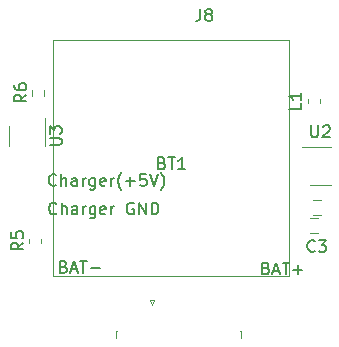
<source format=gto>
G04 #@! TF.GenerationSoftware,KiCad,Pcbnew,5.1.9*
G04 #@! TF.CreationDate,2021-04-30T23:25:29+02:00*
G04 #@! TF.ProjectId,Watch,57617463-682e-46b6-9963-61645f706362,rev?*
G04 #@! TF.SameCoordinates,Original*
G04 #@! TF.FileFunction,Legend,Top*
G04 #@! TF.FilePolarity,Positive*
%FSLAX46Y46*%
G04 Gerber Fmt 4.6, Leading zero omitted, Abs format (unit mm)*
G04 Created by KiCad (PCBNEW 5.1.9) date 2021-04-30 23:25:29*
%MOMM*%
%LPD*%
G01*
G04 APERTURE LIST*
%ADD10C,0.150000*%
%ADD11C,0.120000*%
G04 APERTURE END LIST*
D10*
X128436857Y-108640571D02*
X128579714Y-108688190D01*
X128627333Y-108735809D01*
X128674952Y-108831047D01*
X128674952Y-108973904D01*
X128627333Y-109069142D01*
X128579714Y-109116761D01*
X128484476Y-109164380D01*
X128103523Y-109164380D01*
X128103523Y-108164380D01*
X128436857Y-108164380D01*
X128532095Y-108212000D01*
X128579714Y-108259619D01*
X128627333Y-108354857D01*
X128627333Y-108450095D01*
X128579714Y-108545333D01*
X128532095Y-108592952D01*
X128436857Y-108640571D01*
X128103523Y-108640571D01*
X129055904Y-108878666D02*
X129532095Y-108878666D01*
X128960666Y-109164380D02*
X129294000Y-108164380D01*
X129627333Y-109164380D01*
X129817809Y-108164380D02*
X130389238Y-108164380D01*
X130103523Y-109164380D02*
X130103523Y-108164380D01*
X130722571Y-108783428D02*
X131484476Y-108783428D01*
X145581857Y-108767571D02*
X145724714Y-108815190D01*
X145772333Y-108862809D01*
X145819952Y-108958047D01*
X145819952Y-109100904D01*
X145772333Y-109196142D01*
X145724714Y-109243761D01*
X145629476Y-109291380D01*
X145248523Y-109291380D01*
X145248523Y-108291380D01*
X145581857Y-108291380D01*
X145677095Y-108339000D01*
X145724714Y-108386619D01*
X145772333Y-108481857D01*
X145772333Y-108577095D01*
X145724714Y-108672333D01*
X145677095Y-108719952D01*
X145581857Y-108767571D01*
X145248523Y-108767571D01*
X146200904Y-109005666D02*
X146677095Y-109005666D01*
X146105666Y-109291380D02*
X146439000Y-108291380D01*
X146772333Y-109291380D01*
X146962809Y-108291380D02*
X147534238Y-108291380D01*
X147248523Y-109291380D02*
X147248523Y-108291380D01*
X147867571Y-108910428D02*
X148629476Y-108910428D01*
X148248523Y-109291380D02*
X148248523Y-108529476D01*
X127826000Y-104116142D02*
X127778380Y-104163761D01*
X127635523Y-104211380D01*
X127540285Y-104211380D01*
X127397428Y-104163761D01*
X127302190Y-104068523D01*
X127254571Y-103973285D01*
X127206952Y-103782809D01*
X127206952Y-103639952D01*
X127254571Y-103449476D01*
X127302190Y-103354238D01*
X127397428Y-103259000D01*
X127540285Y-103211380D01*
X127635523Y-103211380D01*
X127778380Y-103259000D01*
X127826000Y-103306619D01*
X128254571Y-104211380D02*
X128254571Y-103211380D01*
X128683142Y-104211380D02*
X128683142Y-103687571D01*
X128635523Y-103592333D01*
X128540285Y-103544714D01*
X128397428Y-103544714D01*
X128302190Y-103592333D01*
X128254571Y-103639952D01*
X129587904Y-104211380D02*
X129587904Y-103687571D01*
X129540285Y-103592333D01*
X129445047Y-103544714D01*
X129254571Y-103544714D01*
X129159333Y-103592333D01*
X129587904Y-104163761D02*
X129492666Y-104211380D01*
X129254571Y-104211380D01*
X129159333Y-104163761D01*
X129111714Y-104068523D01*
X129111714Y-103973285D01*
X129159333Y-103878047D01*
X129254571Y-103830428D01*
X129492666Y-103830428D01*
X129587904Y-103782809D01*
X130064095Y-104211380D02*
X130064095Y-103544714D01*
X130064095Y-103735190D02*
X130111714Y-103639952D01*
X130159333Y-103592333D01*
X130254571Y-103544714D01*
X130349809Y-103544714D01*
X131111714Y-103544714D02*
X131111714Y-104354238D01*
X131064095Y-104449476D01*
X131016476Y-104497095D01*
X130921238Y-104544714D01*
X130778380Y-104544714D01*
X130683142Y-104497095D01*
X131111714Y-104163761D02*
X131016476Y-104211380D01*
X130826000Y-104211380D01*
X130730761Y-104163761D01*
X130683142Y-104116142D01*
X130635523Y-104020904D01*
X130635523Y-103735190D01*
X130683142Y-103639952D01*
X130730761Y-103592333D01*
X130826000Y-103544714D01*
X131016476Y-103544714D01*
X131111714Y-103592333D01*
X131968857Y-104163761D02*
X131873619Y-104211380D01*
X131683142Y-104211380D01*
X131587904Y-104163761D01*
X131540285Y-104068523D01*
X131540285Y-103687571D01*
X131587904Y-103592333D01*
X131683142Y-103544714D01*
X131873619Y-103544714D01*
X131968857Y-103592333D01*
X132016476Y-103687571D01*
X132016476Y-103782809D01*
X131540285Y-103878047D01*
X132445047Y-104211380D02*
X132445047Y-103544714D01*
X132445047Y-103735190D02*
X132492666Y-103639952D01*
X132540285Y-103592333D01*
X132635523Y-103544714D01*
X132730761Y-103544714D01*
X134349809Y-103259000D02*
X134254571Y-103211380D01*
X134111714Y-103211380D01*
X133968857Y-103259000D01*
X133873619Y-103354238D01*
X133826000Y-103449476D01*
X133778380Y-103639952D01*
X133778380Y-103782809D01*
X133826000Y-103973285D01*
X133873619Y-104068523D01*
X133968857Y-104163761D01*
X134111714Y-104211380D01*
X134206952Y-104211380D01*
X134349809Y-104163761D01*
X134397428Y-104116142D01*
X134397428Y-103782809D01*
X134206952Y-103782809D01*
X134826000Y-104211380D02*
X134826000Y-103211380D01*
X135397428Y-104211380D01*
X135397428Y-103211380D01*
X135873619Y-104211380D02*
X135873619Y-103211380D01*
X136111714Y-103211380D01*
X136254571Y-103259000D01*
X136349809Y-103354238D01*
X136397428Y-103449476D01*
X136445047Y-103639952D01*
X136445047Y-103782809D01*
X136397428Y-103973285D01*
X136349809Y-104068523D01*
X136254571Y-104163761D01*
X136111714Y-104211380D01*
X135873619Y-104211380D01*
X127794285Y-101703142D02*
X127746666Y-101750761D01*
X127603809Y-101798380D01*
X127508571Y-101798380D01*
X127365714Y-101750761D01*
X127270476Y-101655523D01*
X127222857Y-101560285D01*
X127175238Y-101369809D01*
X127175238Y-101226952D01*
X127222857Y-101036476D01*
X127270476Y-100941238D01*
X127365714Y-100846000D01*
X127508571Y-100798380D01*
X127603809Y-100798380D01*
X127746666Y-100846000D01*
X127794285Y-100893619D01*
X128222857Y-101798380D02*
X128222857Y-100798380D01*
X128651428Y-101798380D02*
X128651428Y-101274571D01*
X128603809Y-101179333D01*
X128508571Y-101131714D01*
X128365714Y-101131714D01*
X128270476Y-101179333D01*
X128222857Y-101226952D01*
X129556190Y-101798380D02*
X129556190Y-101274571D01*
X129508571Y-101179333D01*
X129413333Y-101131714D01*
X129222857Y-101131714D01*
X129127619Y-101179333D01*
X129556190Y-101750761D02*
X129460952Y-101798380D01*
X129222857Y-101798380D01*
X129127619Y-101750761D01*
X129080000Y-101655523D01*
X129080000Y-101560285D01*
X129127619Y-101465047D01*
X129222857Y-101417428D01*
X129460952Y-101417428D01*
X129556190Y-101369809D01*
X130032380Y-101798380D02*
X130032380Y-101131714D01*
X130032380Y-101322190D02*
X130080000Y-101226952D01*
X130127619Y-101179333D01*
X130222857Y-101131714D01*
X130318095Y-101131714D01*
X131080000Y-101131714D02*
X131080000Y-101941238D01*
X131032380Y-102036476D01*
X130984761Y-102084095D01*
X130889523Y-102131714D01*
X130746666Y-102131714D01*
X130651428Y-102084095D01*
X131080000Y-101750761D02*
X130984761Y-101798380D01*
X130794285Y-101798380D01*
X130699047Y-101750761D01*
X130651428Y-101703142D01*
X130603809Y-101607904D01*
X130603809Y-101322190D01*
X130651428Y-101226952D01*
X130699047Y-101179333D01*
X130794285Y-101131714D01*
X130984761Y-101131714D01*
X131080000Y-101179333D01*
X131937142Y-101750761D02*
X131841904Y-101798380D01*
X131651428Y-101798380D01*
X131556190Y-101750761D01*
X131508571Y-101655523D01*
X131508571Y-101274571D01*
X131556190Y-101179333D01*
X131651428Y-101131714D01*
X131841904Y-101131714D01*
X131937142Y-101179333D01*
X131984761Y-101274571D01*
X131984761Y-101369809D01*
X131508571Y-101465047D01*
X132413333Y-101798380D02*
X132413333Y-101131714D01*
X132413333Y-101322190D02*
X132460952Y-101226952D01*
X132508571Y-101179333D01*
X132603809Y-101131714D01*
X132699047Y-101131714D01*
X133318095Y-102179333D02*
X133270476Y-102131714D01*
X133175238Y-101988857D01*
X133127619Y-101893619D01*
X133080000Y-101750761D01*
X133032380Y-101512666D01*
X133032380Y-101322190D01*
X133080000Y-101084095D01*
X133127619Y-100941238D01*
X133175238Y-100846000D01*
X133270476Y-100703142D01*
X133318095Y-100655523D01*
X133699047Y-101417428D02*
X134460952Y-101417428D01*
X134080000Y-101798380D02*
X134080000Y-101036476D01*
X135413333Y-100798380D02*
X134937142Y-100798380D01*
X134889523Y-101274571D01*
X134937142Y-101226952D01*
X135032380Y-101179333D01*
X135270476Y-101179333D01*
X135365714Y-101226952D01*
X135413333Y-101274571D01*
X135460952Y-101369809D01*
X135460952Y-101607904D01*
X135413333Y-101703142D01*
X135365714Y-101750761D01*
X135270476Y-101798380D01*
X135032380Y-101798380D01*
X134937142Y-101750761D01*
X134889523Y-101703142D01*
X135746666Y-100798380D02*
X136080000Y-101798380D01*
X136413333Y-100798380D01*
X136651428Y-102179333D02*
X136699047Y-102131714D01*
X136794285Y-101988857D01*
X136841904Y-101893619D01*
X136889523Y-101750761D01*
X136937142Y-101512666D01*
X136937142Y-101322190D01*
X136889523Y-101084095D01*
X136841904Y-100941238D01*
X136794285Y-100846000D01*
X136699047Y-100703142D01*
X136651428Y-100655523D01*
D11*
X149956000Y-105756000D02*
X149256000Y-105756000D01*
X149256000Y-104556000D02*
X149956000Y-104556000D01*
X150210000Y-104232000D02*
X149510000Y-104232000D01*
X149510000Y-103032000D02*
X150210000Y-103032000D01*
X132944000Y-114085000D02*
X132834000Y-114085000D01*
X132834000Y-114085000D02*
X132834000Y-114685000D01*
X143374000Y-114085000D02*
X143484000Y-114085000D01*
X143484000Y-114085000D02*
X143484000Y-114685000D01*
X135709000Y-111495000D02*
X135909000Y-111895000D01*
X135909000Y-111895000D02*
X136109000Y-111495000D01*
X136109000Y-111495000D02*
X135709000Y-111495000D01*
X125474000Y-106614279D02*
X125474000Y-106288721D01*
X126494000Y-106614279D02*
X126494000Y-106288721D01*
X127541000Y-89441000D02*
X127541000Y-109441000D01*
X127541000Y-109441000D02*
X147541000Y-109441000D01*
X147541000Y-109441000D02*
X147541000Y-89441000D01*
X147541000Y-89441000D02*
X127541000Y-89441000D01*
X150116000Y-94429733D02*
X150116000Y-94772267D01*
X149096000Y-94429733D02*
X149096000Y-94772267D01*
X125715500Y-94154258D02*
X125715500Y-93679742D01*
X126760500Y-94154258D02*
X126760500Y-93679742D01*
X149257000Y-101747000D02*
X151057000Y-101747000D01*
X151057000Y-98527000D02*
X148607000Y-98527000D01*
X123789000Y-96696000D02*
X123789000Y-98456000D01*
X126859000Y-98456000D02*
X126859000Y-96026000D01*
D10*
X149693333Y-107291142D02*
X149645714Y-107338761D01*
X149502857Y-107386380D01*
X149407619Y-107386380D01*
X149264761Y-107338761D01*
X149169523Y-107243523D01*
X149121904Y-107148285D01*
X149074285Y-106957809D01*
X149074285Y-106814952D01*
X149121904Y-106624476D01*
X149169523Y-106529238D01*
X149264761Y-106434000D01*
X149407619Y-106386380D01*
X149502857Y-106386380D01*
X149645714Y-106434000D01*
X149693333Y-106481619D01*
X150026666Y-106386380D02*
X150645714Y-106386380D01*
X150312380Y-106767333D01*
X150455238Y-106767333D01*
X150550476Y-106814952D01*
X150598095Y-106862571D01*
X150645714Y-106957809D01*
X150645714Y-107195904D01*
X150598095Y-107291142D01*
X150550476Y-107338761D01*
X150455238Y-107386380D01*
X150169523Y-107386380D01*
X150074285Y-107338761D01*
X150026666Y-107291142D01*
X125006380Y-106618166D02*
X124530190Y-106951500D01*
X125006380Y-107189595D02*
X124006380Y-107189595D01*
X124006380Y-106808642D01*
X124054000Y-106713404D01*
X124101619Y-106665785D01*
X124196857Y-106618166D01*
X124339714Y-106618166D01*
X124434952Y-106665785D01*
X124482571Y-106713404D01*
X124530190Y-106808642D01*
X124530190Y-107189595D01*
X124006380Y-105713404D02*
X124006380Y-106189595D01*
X124482571Y-106237214D01*
X124434952Y-106189595D01*
X124387333Y-106094357D01*
X124387333Y-105856261D01*
X124434952Y-105761023D01*
X124482571Y-105713404D01*
X124577809Y-105665785D01*
X124815904Y-105665785D01*
X124911142Y-105713404D01*
X124958761Y-105761023D01*
X125006380Y-105856261D01*
X125006380Y-106094357D01*
X124958761Y-106189595D01*
X124911142Y-106237214D01*
X136755285Y-99869571D02*
X136898142Y-99917190D01*
X136945761Y-99964809D01*
X136993380Y-100060047D01*
X136993380Y-100202904D01*
X136945761Y-100298142D01*
X136898142Y-100345761D01*
X136802904Y-100393380D01*
X136421952Y-100393380D01*
X136421952Y-99393380D01*
X136755285Y-99393380D01*
X136850523Y-99441000D01*
X136898142Y-99488619D01*
X136945761Y-99583857D01*
X136945761Y-99679095D01*
X136898142Y-99774333D01*
X136850523Y-99821952D01*
X136755285Y-99869571D01*
X136421952Y-99869571D01*
X137279095Y-99393380D02*
X137850523Y-99393380D01*
X137564809Y-100393380D02*
X137564809Y-99393380D01*
X138707666Y-100393380D02*
X138136238Y-100393380D01*
X138421952Y-100393380D02*
X138421952Y-99393380D01*
X138326714Y-99536238D01*
X138231476Y-99631476D01*
X138136238Y-99679095D01*
X148534380Y-94781666D02*
X148534380Y-95257857D01*
X147534380Y-95257857D01*
X148534380Y-93924523D02*
X148534380Y-94495952D01*
X148534380Y-94210238D02*
X147534380Y-94210238D01*
X147677238Y-94305476D01*
X147772476Y-94400714D01*
X147820095Y-94495952D01*
X125260380Y-94083666D02*
X124784190Y-94417000D01*
X125260380Y-94655095D02*
X124260380Y-94655095D01*
X124260380Y-94274142D01*
X124308000Y-94178904D01*
X124355619Y-94131285D01*
X124450857Y-94083666D01*
X124593714Y-94083666D01*
X124688952Y-94131285D01*
X124736571Y-94178904D01*
X124784190Y-94274142D01*
X124784190Y-94655095D01*
X124260380Y-93226523D02*
X124260380Y-93417000D01*
X124308000Y-93512238D01*
X124355619Y-93559857D01*
X124498476Y-93655095D01*
X124688952Y-93702714D01*
X125069904Y-93702714D01*
X125165142Y-93655095D01*
X125212761Y-93607476D01*
X125260380Y-93512238D01*
X125260380Y-93321761D01*
X125212761Y-93226523D01*
X125165142Y-93178904D01*
X125069904Y-93131285D01*
X124831809Y-93131285D01*
X124736571Y-93178904D01*
X124688952Y-93226523D01*
X124641333Y-93321761D01*
X124641333Y-93512238D01*
X124688952Y-93607476D01*
X124736571Y-93655095D01*
X124831809Y-93702714D01*
X149395095Y-96689380D02*
X149395095Y-97498904D01*
X149442714Y-97594142D01*
X149490333Y-97641761D01*
X149585571Y-97689380D01*
X149776047Y-97689380D01*
X149871285Y-97641761D01*
X149918904Y-97594142D01*
X149966523Y-97498904D01*
X149966523Y-96689380D01*
X150395095Y-96784619D02*
X150442714Y-96737000D01*
X150537952Y-96689380D01*
X150776047Y-96689380D01*
X150871285Y-96737000D01*
X150918904Y-96784619D01*
X150966523Y-96879857D01*
X150966523Y-96975095D01*
X150918904Y-97117952D01*
X150347476Y-97689380D01*
X150966523Y-97689380D01*
X127251380Y-98337904D02*
X128060904Y-98337904D01*
X128156142Y-98290285D01*
X128203761Y-98242666D01*
X128251380Y-98147428D01*
X128251380Y-97956952D01*
X128203761Y-97861714D01*
X128156142Y-97814095D01*
X128060904Y-97766476D01*
X127251380Y-97766476D01*
X127251380Y-97385523D02*
X127251380Y-96766476D01*
X127632333Y-97099809D01*
X127632333Y-96956952D01*
X127679952Y-96861714D01*
X127727571Y-96814095D01*
X127822809Y-96766476D01*
X128060904Y-96766476D01*
X128156142Y-96814095D01*
X128203761Y-96861714D01*
X128251380Y-96956952D01*
X128251380Y-97242666D01*
X128203761Y-97337904D01*
X128156142Y-97385523D01*
X140001666Y-86828380D02*
X140001666Y-87542666D01*
X139954047Y-87685523D01*
X139858809Y-87780761D01*
X139715952Y-87828380D01*
X139620714Y-87828380D01*
X140620714Y-87256952D02*
X140525476Y-87209333D01*
X140477857Y-87161714D01*
X140430238Y-87066476D01*
X140430238Y-87018857D01*
X140477857Y-86923619D01*
X140525476Y-86876000D01*
X140620714Y-86828380D01*
X140811190Y-86828380D01*
X140906428Y-86876000D01*
X140954047Y-86923619D01*
X141001666Y-87018857D01*
X141001666Y-87066476D01*
X140954047Y-87161714D01*
X140906428Y-87209333D01*
X140811190Y-87256952D01*
X140620714Y-87256952D01*
X140525476Y-87304571D01*
X140477857Y-87352190D01*
X140430238Y-87447428D01*
X140430238Y-87637904D01*
X140477857Y-87733142D01*
X140525476Y-87780761D01*
X140620714Y-87828380D01*
X140811190Y-87828380D01*
X140906428Y-87780761D01*
X140954047Y-87733142D01*
X141001666Y-87637904D01*
X141001666Y-87447428D01*
X140954047Y-87352190D01*
X140906428Y-87304571D01*
X140811190Y-87256952D01*
M02*

</source>
